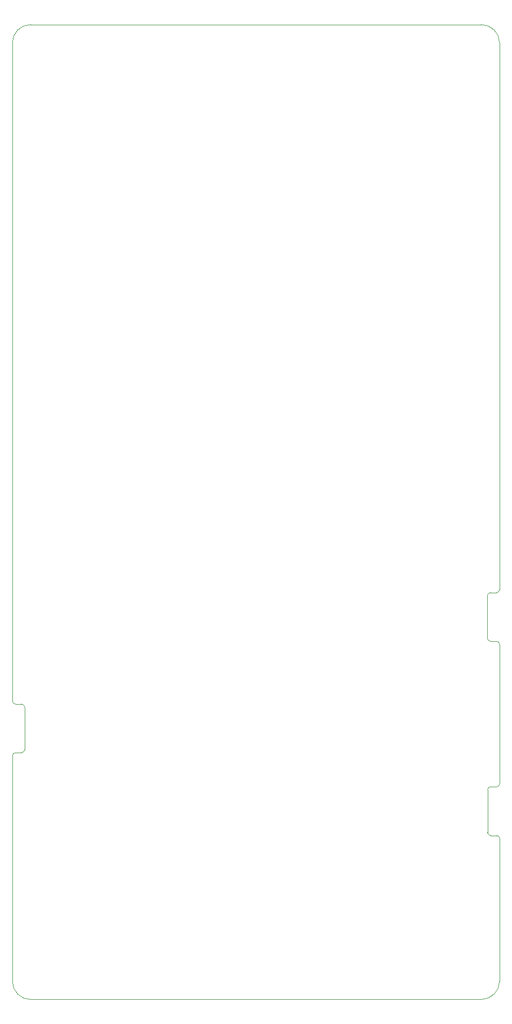
<source format=gbr>
%TF.GenerationSoftware,KiCad,Pcbnew,8.0.7*%
%TF.CreationDate,2025-02-17T14:25:55+00:00*%
%TF.ProjectId,PCB V3.1,50434220-5633-42e3-912e-6b696361645f,rev?*%
%TF.SameCoordinates,Original*%
%TF.FileFunction,Profile,NP*%
%FSLAX46Y46*%
G04 Gerber Fmt 4.6, Leading zero omitted, Abs format (unit mm)*
G04 Created by KiCad (PCBNEW 8.0.7) date 2025-02-17 14:25:55*
%MOMM*%
%LPD*%
G01*
G04 APERTURE LIST*
%TA.AperFunction,Profile*%
%ADD10C,0.050000*%
%TD*%
G04 APERTURE END LIST*
D10*
X141142947Y-124205776D02*
X141142947Y-117205776D01*
X142642947Y-124705776D02*
G75*
G02*
X143142924Y-125205776I-47J-500024D01*
G01*
X65123500Y-142493776D02*
G75*
G02*
X64623500Y-142993800I-499900J-124D01*
G01*
X143155500Y-148077223D02*
G75*
G02*
X142655500Y-148577200I-500000J23D01*
G01*
X143142947Y-116205776D02*
G75*
G02*
X142642947Y-116705747I-499847J-124D01*
G01*
X141155500Y-156077223D02*
X141155500Y-149077223D01*
X63623500Y-134993776D02*
X64623500Y-134993776D01*
X140123500Y-23487223D02*
X66123500Y-23487223D01*
X63623500Y-134993776D02*
G75*
G02*
X63123424Y-134493776I-100J499976D01*
G01*
X65123500Y-135493776D02*
X65123500Y-142493776D01*
X143155500Y-157077223D02*
X143123500Y-180487223D01*
X143123500Y-180487223D02*
G75*
G02*
X140123500Y-183487200I-3000000J23D01*
G01*
X141655500Y-148577223D02*
X142655500Y-148577223D01*
X63123500Y-143493776D02*
G75*
G02*
X63623500Y-142993800I500100J-124D01*
G01*
X141142947Y-117205776D02*
G75*
G02*
X141642947Y-116705747I500153J-124D01*
G01*
X143142947Y-116205776D02*
X143123500Y-26487223D01*
X66123500Y-183487223D02*
G75*
G02*
X63123477Y-180487223I0J3000023D01*
G01*
X142655500Y-156577223D02*
X141655500Y-156577223D01*
X64623500Y-134993776D02*
G75*
G02*
X65123424Y-135493776I-100J-500024D01*
G01*
X141155500Y-149077223D02*
G75*
G02*
X141655500Y-148577200I500000J23D01*
G01*
X141642947Y-116705776D02*
X142642947Y-116705776D01*
X143142947Y-125205776D02*
X143155500Y-148077223D01*
X141655500Y-156577223D02*
G75*
G02*
X141155477Y-156077223I0J500023D01*
G01*
X66123500Y-183487223D02*
X140123500Y-183487223D01*
X64623500Y-142993776D02*
X63623500Y-142993776D01*
X140123500Y-23487223D02*
G75*
G02*
X143123477Y-26487223I0J-2999977D01*
G01*
X63123500Y-26487223D02*
G75*
G02*
X66123500Y-23487200I3000000J23D01*
G01*
X142642947Y-124705776D02*
X141642947Y-124705776D01*
X63123500Y-134493776D02*
X63123500Y-26487223D01*
X63123500Y-143493776D02*
X63123500Y-180487223D01*
X141642947Y-124705776D02*
G75*
G02*
X141142924Y-124205776I-47J499976D01*
G01*
X142655500Y-156577223D02*
G75*
G02*
X143155477Y-157077223I0J-499977D01*
G01*
M02*

</source>
